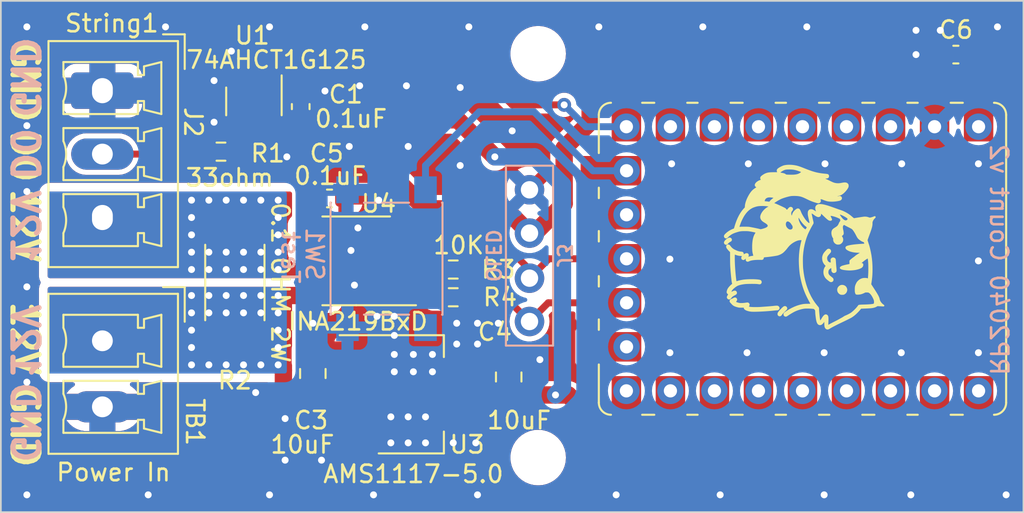
<source format=kicad_pcb>
(kicad_pcb (version 20221018) (generator pcbnew)
  (title_block (title "RP2040 Count") (date "2024-02-11") (rev "v2"))
  (layers (0 "F.Cu" signal) (31 "B.Cu" signal) (34 "B.Paste" user) (35 "F.Paste" user) (36 "B.SilkS" user "B.Silkscreen") (37 "F.SilkS" user "F.Silkscreen") (38 "B.Mask" user) (39 "F.Mask" user) (44 "Edge.Cuts" user))
  (net 0 "")
  (net 1 "+5V")
  (net 2 "GND")
  (net 3 "VIN1")
  (net 4 "+3.3V")
  (net 5 "/DOUT1")
  (net 6 "VOUT1")
  (net 7 "I2C_SDA")
  (net 8 "I2C_SCL")
  (net 9 "Net-(R1-Pad2)")
  (net 10 "Net-(U4-A0)")
  (net 11 "Net-(U4-A1)")
  (net 12 "SW1")
  (net 13 "OUT1")
  (net 20 "unconnected-(U5-GPIO9-Pad14)")
  (footprint "Scotts:RP2040-Tiny_Scott" (layer "F.Cu") (at 157.5 78.38 -90)
    (fp_text reference "U5" hide)
    (fp_text value "RP2040-Tiny")
    (pad "1" thru_hole circle locked (at 1.38 1.59 270) (size 1.524 1.524) (drill 0.762) (layers "*.Cu" "*.Mask") (net 1 "+5V"))
    (pad "1" smd rect locked (at 1.38 1.59 270) (size 3.5 1.7) (drill (offset -0.9 0)) (layers "F.Cu" "F.Mask") (net 1 "+5V"))
    (pad "2" thru_hole circle locked (at 1.38 4.13 270) (size 1.524 1.524) (drill 0.762) (layers "*.Cu" "*.Mask") (net 2 "GND"))
    (pad "2" smd rect locked (at 1.38 4.13 270) (size 3.5 1.7) (drill (offset -0.9 0)) (layers "F.Cu" "F.Mask") (net 2 "GND") (thermal_bridge_width 1.5))
    (pad "3" thru_hole circle locked (at 1.38 6.67 270) (size 1.524 1.524) (drill 0.762) (layers "*.Cu" "*.Mask") (net 4 "+3.3V"))
    (pad "3" smd rect locked (at 1.38 6.67 270) (size 3.5 1.7) (drill (offset -0.9 0)) (layers "F.Cu" "F.Mask") (net 4 "+3.3V"))
    (pad "4" thru_hole circle locked (at 1.38 9.21 270) (size 1.524 1.524) (drill 0.762) (layers "*.Cu" "*.Mask"))
    (pad "4" smd rect locked (at 1.38 9.21 270) (size 3.5 1.7) (drill (offset -0.9 0)) (layers "F.Cu" "F.Mask"))
    (pad "5" thru_hole circle locked (at 1.38 11.75 270) (size 1.524 1.524) (drill 0.762) (layers "*.Cu" "*.Mask"))
    (pad "5" smd rect locked (at 1.38 11.75 270) (size 3.5 1.7) (drill (offset -0.9 0)) (layers "F.Cu" "F.Mask"))
    (pad "6" thru_hole circle locked (at 1.38 14.29 270) (size 1.524 1.524) (drill 0.762) (layers "*.Cu" "*.Mask"))
    (pad "6" smd rect locked (at 1.38 14.29 270) (size 3.5 1.7) (drill (offset -0.9 0)) (layers "F.Cu" "F.Mask"))
    (pad "7" thru_hole circle locked (at 1.38 16.83 270) (size 1.524 1.524) (drill 0.762) (layers "*.Cu" "*.Mask"))
    (pad "7" smd rect locked (at 1.38 16.83 270) (size 3.5 1.7) (drill (offset -0.9 0)) (layers "F.Cu" "F.Mask"))
    (pad "8" thru_hole circle locked (at 1.38 19.37 270) (size 1.524 1.524) (drill 0.762) (layers "*.Cu" "*.Mask"))
    (pad "8" smd rect locked (at 1.38 19.37 270) (size 3.5 1.7) (drill (offset -0.9 0)) (layers "F.Cu" "F.Mask"))
    (pad "9" thru_hole circle locked (at 1.38 21.91 270) (size 1.524 1.524) (drill 0.762) (layers "*.Cu" "*.Mask") (net 13 "OUT1"))
    (pad "9" smd rect locked (at 1.38 21.91 270) (size 3.5 1.7) (drill (offset -0.9 0)) (layers "F.Cu" "F.Mask") (net 13 "OUT1"))
    (pad "10" thru_hole circle locked (at 3.92 21.9 270) (size 1.524 1.524) (drill 0.762) (layers "*.Cu" "*.Mask") (net 12 "SW1"))
    (pad "10" smd rect locked (at 3.92 21.9) (size 3.5 1.7) (drill (offset -0.9 0)) (layers "F.Cu" "F.Mask") (net 12 "SW1"))
    (pad "11" thru_hole circle locked (at 6.46 21.9 270) (size 1.524 1.524) (drill 0.762) (layers "*.Cu" "*.Mask"))
    (pad "11" smd rect locked (at 6.46 21.9) (size 3.5 1.7) (drill (offset -0.9 0)) (layers "F.Cu" "F.Mask"))
    (pad "12" thru_hole circle locked (at 9 21.9 270) (size 1.524 1.524) (drill 0.762) (layers "*.Cu" "*.Mask") (net 8 "I2C_SCL"))
    (pad "12" smd rect locked (at 9 21.9) (size 3.5 1.7) (drill (offset -0.9 0)) (layers "F.Cu" "F.Mask") (net 8 "I2C_SCL"))
    (pad "13" thru_hole circle locked (at 11.54 21.9 270) (size 1.524 1.524) (drill 0.762) (layers "*.Cu" "*.Mask") (net 7 "I2C_SDA"))
    (pad "13" smd rect locked (at 11.54 21.9) (size 3.5 1.7) (drill (offset -0.9 0)) (layers "F.Cu" "F.Mask") (net 7 "I2C_SDA"))
    (pad "14" thru_hole circle locked (at 14.08 21.9 270) (size 1.524 1.524) (drill 0.762) (layers "*.Cu" "*.Mask") (net 20 "unconnected-(U5-GPIO9-Pad14)"))
    (pad "14" smd rect locked (at 14.08 21.9) (size 3.5 1.7) (drill (offset -0.9 0)) (layers "F.Cu" "F.Mask") (net 20 "unconnected-(U5-GPIO9-Pad14)"))
    (pad "15" thru_hole circle locked (at 16.62 21.91 270) (size 1.524 1.524) (drill 0.762) (layers "*.Cu" "*.Mask"))
    (pad "15" smd rect locked (at 16.62 21.91 90) (size 3.5 1.7) (drill (offset -0.9 0)) (layers "F.Cu" "F.Mask"))
    (pad "16" thru_hole circle locked (at 16.62 19.37 270) (size 1.524 1.524) (drill 0.762) (layers "*.Cu" "*.Mask"))
    (pad "16" smd rect locked (at 16.62 19.37 90) (size 3.5 1.7) (drill (offset -0.9 0)) (layers "F.Cu" "F.Mask"))
    (pad "17" thru_hole circle locked (at 16.62 16.83 270) (size 1.524 1.524) (drill 0.762) (layers "*.Cu" "*.Mask"))
    (pad "17" smd rect locked (at 16.62 16.83 90) (size 3.5 1.7) (drill (offset -0.9 0)) (layers "F.Cu" "F.Mask"))
    (pad "18" thru_hole circle locked (at 16.62 14.29 270) (size 1.524 1.524) (drill 0.762) (layers "*.Cu" "*.Mask"))
    (pad "18" smd rect locked (at 16.62 14.29 90) (size 3.5 1.7) (drill (offset -0.9 0)) (layers "F.Cu" "F.Mask"))
    (pad "19" thru_hole circle locked (at 16.62 11.75 270) (size 1.524 1.524) (drill 0.762) (layers "*.Cu" "*.Mask"))
    (pad "19" smd rect locked (at 16.62 11.75 90) (size 3.5 1.7) (drill (offset -0.9 0)) (layers "F.Cu" "F.Mask"))
    (pad "20" thru_hole circle locked (at 16.62 9.21 270) (size 1.524 1.524) (drill 0.762) (layers "*.Cu" "*.Mask"))
    (pad "20" smd rect locked (at 16.62 9.21 90) (size 3.5 1.7) (drill (offset -0.9 0)) (layers "F.Cu" "F.Mask"))
    (pad "21" thru_hole circle locked (at 16.62 6.67 270) (size 1.524 1.524) (drill 0.762) (layers "*.Cu" "*.Mask"))
    (pad "21" smd rect locked (at 16.62 6.67 90) (size 3.5 1.7) (drill (offset -0.9 0)) (layers "F.Cu" "F.Mask"))
    (pad "22" thru_hole circle locked (at 16.62 4.13 270) (size 1.524 1.524) (drill 0.762) (layers "*.Cu" "*.Mask"))
    (pad "22" smd rect locked (at 16.62 4.13 90) (size 3.5 1.7) (drill (offset -0.9 0)) (layers "F.Cu" "F.Mask"))
    (pad "23" thru_hole circle locked (at 16.62 1.59 270) (size 1.524 1.524) (drill 0.762) (layers "*.Cu" "*.Mask"))
    (pad "23" smd rect locked (at 16.62 1.59 90) (size 3.5 1.7) (drill (offset -0.9 0)) (layers "F.Cu" "F.Mask"))
  )
  (footprint "Resistor_SMD:R_2512_6332Metric_Pad1.40x3.35mm_HandSolder" (layer "F.Cu") (at 113 88.75 90)
    (fp_text reference "R2" (at -5.65 0 180) (layer "F.SilkS"))
    (fp_text value "0.1 OHM 2W" (at 0 2.62 270 unlocked) (layer "F.SilkS"))
    (pad "1" smd roundrect (at -3.05 0 90) (size 1.4 3.35) (layers "F.Cu" "F.Paste" "F.Mask") (roundrect_rratio 0.1785707143) (net 3 "VIN1"))
    (pad "2" smd roundrect (at 3.05 0 90) (size 1.4 3.35) (layers "F.Cu" "F.Paste" "F.Mask") (roundrect_rratio 0.1785707143) (net 6 "VOUT1"))
  )
  (footprint "Scotts:chewi_15" (layer "F.Cu") (at 147 86.5 -90)
    (fp_text reference "G***")
    (fp_text value "LOGO" hide)
  )
  (footprint "Connector_Phoenix_MC:PhoenixContact_MCV_1,5_2-G-3.81_1x02_P3.81mm_Vertical" (layer "F.Cu") (at 105.3575 92.1125 -90)
    (fp_text reference "TB1" (at 4.6875 -5.3425 -90 unlocked) (layer "F.SilkS"))
    (fp_text value "Power In" (at 7.5875 -0.6425 unlocked) (layer "F.SilkS"))
    (pad "1" thru_hole roundrect (at 0 0 270) (size 1.8 3.6) (drill 1.2) (layers "*.Cu" "*.Mask") (roundrect_rratio 0.1388888889) (net 3 "VIN1"))
    (pad "2" thru_hole oval (at 3.81 0 270) (size 1.8 3.6) (drill 1.2) (layers "*.Cu" "*.Mask") (net 2 "GND") (thermal_bridge_width 1.5))
  )
  (footprint "Resistor_SMD:R_0603_1608Metric_Pad0.98x0.95mm_HandSolder" (layer "F.Cu") (at 125.6 88)
    (fp_text reference "R3" (at 2.6 0) (layer "F.SilkS"))
    (fp_text value "10K" (at 0.3125 -1.4) (layer "F.SilkS"))
    (pad "1" smd roundrect (at -0.9125 0) (size 0.975 0.95) (layers "F.Cu" "F.Paste" "F.Mask") (net 10 "Net-(U4-A0)"))
    (pad "2" smd roundrect (at 0.9125 0) (size 0.975 0.95) (layers "F.Cu" "F.Paste" "F.Mask") (net 2 "GND"))
  )
  (footprint "Capacitor_SMD:C_0603_1608Metric_Pad1.08x0.95mm_HandSolder" (layer "F.Cu") (at 154.6 75.6)
    (fp_text reference "C6" (at 0 -1.43) (layer "F.SilkS"))
    (fp_text value "0.1uF")
    (pad "1" smd roundrect (at -0.8625 0) (size 1.075 0.95) (layers "F.Cu" "F.Paste" "F.Mask") (net 2 "GND") (thermal_gap 0.25))
    (pad "2" smd roundrect (at 0.8625 0) (size 1.075 0.95) (layers "F.Cu" "F.Paste" "F.Mask") (net 1 "+5V"))
  )
  (footprint "Capacitor_SMD:C_0603_1608Metric_Pad1.08x0.95mm_HandSolder" (layer "F.Cu") (at 116.8 78.6 90)
    (fp_text reference "C1" (at 0.7 2.6 180) (layer "F.SilkS"))
    (fp_text value "0.1uF" (at -0.7 2.9 180) (layer "F.SilkS"))
    (pad "1" smd roundrect (at -0.8625 0 90) (size 1.075 0.95) (layers "F.Cu" "F.Paste" "F.Mask") (net 1 "+5V"))
    (pad "2" smd roundrect (at 0.8625 0 90) (size 1.075 0.95) (layers "F.Cu" "F.Paste" "F.Mask") (net 2 "GND") (thermal_gap 0.25))
  )
  (footprint "Package_SO:TSOP-5_1.65x3.05mm_P0.95mm" (layer "F.Cu") (at 114.1 78.3 -90)
    (fp_text reference "U1" (at -3.8 0.1 -180) (layer "F.SilkS"))
    (fp_text value "74AHCT1G125" (at -2.4 -1.3 180) (layer "F.SilkS"))
    (pad "1" smd rect (at -1.16 -0.95 270) (size 0.7 0.51) (layers "F.Cu" "F.Paste" "F.Mask") (net 2 "GND") (thermal_gap 0.25))
    (pad "2" smd rect (at -1.16 0 270) (size 0.7 0.51) (layers "F.Cu" "F.Paste" "F.Mask") (net 13 "OUT1"))
    (pad "3" smd rect (at -1.16 0.95 270) (size 0.7 0.51) (layers "F.Cu" "F.Paste" "F.Mask") (net 2 "GND") (thermal_gap 0.25))
    (pad "4" smd rect (at 1.16 0.95 270) (size 0.7 0.51) (layers "F.Cu" "F.Paste" "F.Mask") (net 9 "Net-(R1-Pad2)"))
    (pad "5" smd rect (at 1.16 -0.95 270) (size 0.7 0.51) (layers "F.Cu" "F.Paste" "F.Mask") (net 1 "+5V"))
  )
  (footprint "Package_SO:SOIC-8_3.9x4.9mm_P1.27mm" (layer "F.Cu") (at 120 87.5 180)
    (fp_text reference "U4" (at -1.3 3.3) (layer "F.SilkS"))
    (fp_text value "INA219BxD" (at -0.1 -3.5) (layer "F.SilkS"))
    (pad "1" smd roundrect (at -2.475 -1.905 180) (size 1.95 0.6) (layers "F.Cu" "F.Paste" "F.Mask") (net 11 "Net-(U4-A1)"))
    (pad "2" smd roundrect (at -2.475 -0.635 180) (size 1.95 0.6) (layers "F.Cu" "F.Paste" "F.Mask") (net 10 "Net-(U4-A0)"))
    (pad "3" smd roundrect (at -2.475 0.635 180) (size 1.95 0.6) (layers "F.Cu" "F.Paste" "F.Mask") (net 7 "I2C_SDA"))
    (pad "4" smd roundrect (at -2.475 1.905 180) (size 1.95 0.6) (layers "F.Cu" "F.Paste" "F.Mask") (net 8 "I2C_SCL"))
    (pad "5" smd roundrect (at 2.475 1.905 180) (size 1.95 0.6) (layers "F.Cu" "F.Paste" "F.Mask") (net 4 "+3.3V"))
    (pad "6" smd roundrect (at 2.475 0.635 180) (size 1.95 0.6) (layers "F.Cu" "F.Paste" "F.Mask") (net 2 "GND"))
    (pad "7" smd roundrect (at 2.475 -0.635 180) (size 1.95 0.6) (layers "F.Cu" "F.Paste" "F.Mask") (net 6 "VOUT1"))
    (pad "8" smd roundrect (at 2.475 -1.905 180) (size 1.95 0.6) (layers "F.Cu" "F.Paste" "F.Mask") (net 3 "VIN1"))
  )
  (footprint "Capacitor_SMD:C_0805_2012Metric_Pad1.18x1.45mm_HandSolder" (layer "F.Cu") (at 128.8 94.2 90)
    (fp_text reference "C4" (at 2.6 -0.8 180) (layer "F.SilkS"))
    (fp_text value "10uF" (at -2.5 0.6 180) (layer "F.SilkS"))
    (pad "1" smd roundrect (at -1.0375 0 90) (size 1.175 1.45) (layers "F.Cu" "F.Paste" "F.Mask") (roundrect_rratio 0.2127659574) (net 1 "+5V"))
    (pad "2" smd roundrect (at 1.0375 0 90) (size 1.175 1.45) (layers "F.Cu" "F.Paste" "F.Mask") (roundrect_rratio 0.2127659574) (net 2 "GND"))
  )
  (footprint "Resistor_SMD:R_0603_1608Metric_Pad0.98x0.95mm_HandSolder" (layer "F.Cu") (at 112.2 81.2)
    (fp_text reference "R1" (at 2.7 0.1) (layer "F.SilkS"))
    (fp_text value "33ohm" (at 0.5 1.5) (layer "F.SilkS"))
    (pad "1" smd roundrect (at -0.9125 0) (size 0.975 0.95) (layers "F.Cu" "F.Paste" "F.Mask") (net 5 "/DOUT1"))
    (pad "2" smd roundrect (at 0.9125 0) (size 0.975 0.95) (layers "F.Cu" "F.Paste" "F.Mask") (net 9 "Net-(R1-Pad2)"))
  )
  (footprint "Package_TO_SOT_SMD:SOT-223-3_TabPin2" (layer "F.Cu") (at 123.15 95.2)
    (fp_text reference "U3" (at 3.25 2.9) (layer "F.SilkS"))
    (fp_text value "AMS1117-5.0" (at 0.15 4.6) (layer "F.SilkS"))
    (pad "1" smd rect (at -3.15 -2.3) (size 2 1.5) (layers "F.Cu" "F.Paste" "F.Mask") (net 2 "GND") (thermal_bridge_width 2) (thermal_gap 0.25))
    (pad "2" smd rect (at -3.15 0) (size 2 1.5) (layers "F.Cu" "F.Paste" "F.Mask") (net 1 "+5V"))
    (pad "2" smd rect (at 3.15 0) (size 2 3.8) (layers "F.Cu" "F.Paste" "F.Mask") (net 1 "+5V"))
    (pad "3" smd rect (at -3.15 2.3) (size 2 1.5) (layers "F.Cu" "F.Paste" "F.Mask") (net 3 "VIN1"))
  )
  (footprint "Capacitor_SMD:C_0603_1608Metric_Pad1.08x0.95mm_HandSolder" (layer "F.Cu") (at 118.4625 83.9)
    (fp_text reference "C5" (at -0.1625 -2.6) (layer "F.SilkS"))
    (fp_text value "0.1uF" (at 0.0375 -1.3) (layer "F.SilkS"))
    (pad "1" smd roundrect (at -0.8625 0) (size 1.075 0.95) (layers "F.Cu" "F.Paste" "F.Mask") (net 4 "+3.3V"))
    (pad "2" smd roundrect (at 0.8625 0) (size 1.075 0.95) (layers "F.Cu" "F.Paste" "F.Mask") (net 2 "GND"))
  )
  (footprint "Capacitor_SMD:C_0805_2012Metric_Pad1.18x1.45mm_HandSolder" (layer "F.Cu") (at 117.5 94 90)
    (fp_text reference "C3" (at -2.7 -0.1 180) (layer "F.SilkS"))
    (fp_text value "10uF" (at -4.1 -0.6 180) (layer "F.SilkS"))
    (pad "1" smd roundrect (at -1.0375 0 90) (size 1.175 1.45) (layers "F.Cu" "F.Paste" "F.Mask") (roundrect_rratio 0.2127659574) (net 3 "VIN1"))
    (pad "2" smd roundrect (at 1.0375 0 90) (size 1.175 1.45) (layers "F.Cu" "F.Paste" "F.Mask") (roundrect_rratio 0.2127659574) (net 2 "GND") (thermal_bridge_width 1.5) (thermal_gap 0.25))
  )
  (footprint "Resistor_SMD:R_0603_1608Metric_Pad0.98x0.95mm_HandSolder" (layer "F.Cu") (at 125.6 89.6)
    (fp_text reference "R4" (at 2.7 0) (layer "F.SilkS"))
    (fp_text value "10K")
    (pad "1" smd roundrect (at -0.9125 0) (size 0.975 0.95) (layers "F.Cu" "F.Paste" "F.Mask") (net 11 "Net-(U4-A1)"))
    (pad "2" smd roundrect (at 0.9125 0) (size 0.975 0.95) (layers "F.Cu" "F.Paste" "F.Mask") (net 2 "GND"))
  )
  (footprint "Scotts:PhoenixContact_MCV_3.81mm_3.5mm_1x03_Vertical" (layer "F.Cu") (at 105.3575 77.53 -90)
    (fp_text reference "J2" (at 1.97 -5.2425 -90 unlocked) (layer "F.SilkS"))
    (fp_text value "String1" (at -3.73 -0.5425 unlocked) (layer "F.SilkS"))
    (pad "1" thru_hole roundrect (at 0.15 0 270) (size 2.1 3.6) (drill oval 1.45 1.2) (layers "*.Cu" "*.Mask") (roundrect_rratio 0.1388890476) (net 2 "GND") (thermal_bridge_width 1.5))
    (pad "2" thru_hole oval (at 3.81 0 270) (size 1.8 3.6) (drill 1.2) (layers "*.Cu" "*.Mask") (net 5 "/DOUT1"))
    (pad "3" thru_hole oval (at 7.47 0 270) (size 2.1 3.6) (drill oval 1.45 1.2) (layers "*.Cu" "*.Mask") (net 6 "VOUT1"))
  )
  (footprint "Scotts:OLED-SSD1306-128X64-I2C-THT_2HOLE" (layer "B.Cu") (at 130 87.2 -90)
    (fp_text reference "J3" hide)
    (fp_text value "OLED" (at 0 2.1 -90 unlocked) (layer "B.SilkS") (effects (font (size 0.8 0.8)) (justify mirror)))
    (fp_text user "${REFERENCE}" (at 0 -2 -90 unlocked) (layer "B.SilkS") (effects (font (size 0.8 0.8)) (justify mirror)))
    (pad "" np_thru_hole circle (at -11.65 -0.5 270) (size 2.2 2.2) (drill 2.2) (layers "F&B.Cu" "*.Mask") (clearance 0.5))
    (pad "" np_thru_hole circle (at 11.65 -0.5 270) (size 2.2 2.2) (drill 2.2) (layers "F&B.Cu" "*.Mask") (clearance 0.5))
    (pad "1" thru_hole circle (at 3.8 0 270) (size 1.7 1.7) (drill 1) (layers "*.Cu" "*.Mask") (net 7 "I2C_SDA"))
    (pad "2" thru_hole circle (at 1.3 0 270) (size 1.7 1.7) (drill 1) (layers "*.Cu" "*.Mask") (net 8 "I2C_SCL"))
    (pad "3" thru_hole circle (at -1.3 0 270) (size 1.7 1.7) (drill 1) (layers "*.Cu" "*.Mask") (net 4 "+3.3V"))
    (pad "4" thru_hole circle (at -3.8 0 270) (size 1.7 1.7) (drill 1) (layers "*.Cu" "*.Mask") (net 2 "GND"))
  )
  (footprint "Button_Switch_SMD:SW_Push_1P1T_NO_6x6mm_H9.5mm" (layer "B.Cu") (at 121.75 87.375 90)
    (fp_text reference "SW1" (at 0.275 -4.15 270 unlocked) (layer "B.SilkS") (effects (justify mirror)))
    (fp_text value "Test" (at 0.075 -5.55 270 unlocked) (layer "B.SilkS") (effects (justify mirror)))
    (pad "1" smd rect (at -3.975 2.25 90) (size 1.55 1.3) (layers "B.Cu" "B.Paste" "B.Mask") (net 12 "SW1"))
    (pad "1" smd rect (at 3.975 2.25 90) (size 1.55 1.3) (layers "B.Cu" "B.Paste" "B.Mask") (net 12 "SW1"))
    (pad "2" smd rect (at -3.975 -2.25 90) (size 1.55 1.3) (layers "B.Cu" "B.Paste" "B.Mask") (net 2 "GND"))
    (pad "2" smd rect (at 3.975 -2.25 90) (size 1.55 1.3) (layers "B.Cu" "B.Paste" "B.Mask") (net 2 "GND"))
  )
  (gr_rect (start 99.5 72.5) (end 158.5 102) (stroke (width 0.1)) (fill none) (layer "Edge.Cuts"))
  (gr_text "GND" (at 100 99.3 -90) (layer "B.SilkS") (effects (font (size 1.5 1.5) (thickness 0.3) bold) (justify left bottom mirror)))
  (gr_text "12V" (at 100 94.4 -90) (layer "B.SilkS") (effects (font (size 1.5 1.5) (thickness 0.3) bold) (justify left bottom mirror)))
  (gr_text "D0" (at 100 83 -90) (layer "B.SilkS") (effects (font (size 1.5 1.5) (thickness 0.3) bold) (justify left bottom mirror)))
  (gr_text "12V" (at 100 87.8 -90) (layer "B.SilkS") (effects (font (size 1.5 1.5) (thickness 0.3) bold) (justify left bottom mirror)))
  (gr_text "GND" (at 100 79.4 -90) (layer "B.SilkS") (effects (font (size 1.5 1.5) (thickness 0.3) bold) (justify left bottom mirror)))
  (gr_text "${TITLE} ${REVISION}" (at 156.5 94.2 270) (layer "B.SilkS") (effects (font (size 1 1)) (justify left bottom mirror)))
  (gr_text "12V" (at 100 83.2 -90) (layer "F.SilkS") (effects (font (size 1.5 1.5) (thickness 0.3) bold) (justify left bottom)))
  (gr_text "GND" (at 100 74.7 270) (layer "F.SilkS") (effects (font (size 1.5 1.5) (thickness 0.3) bold) (justify left bottom)))
  (gr_text "GND" (at 100 94.6 270) (layer "F.SilkS") (effects (font (size 1.5 1.5) (thickness 0.3) bold) (justify left bottom)))
  (gr_text "12V" (at 100 89.7 -90) (layer "F.SilkS") (effects (font (size 1.5 1.5) (thickness 0.3) bold) (justify left bottom)))
  (gr_text "D0" (at 100 79.8 270) (layer "F.SilkS") (effects (font (size 1.5 1.5) (thickness 0.3) bold) (justify left bottom)))
  (segment (start 126.3 95.2) (end 120 95.2) (width 1) (layer "F.Cu") (net 1))
  (segment (start 157.6 98.4) (end 157 99) (width 1) (layer "F.Cu") (net 1))
  (segment (start 131.5 95.2375) (end 128.8 95.2375) (width 1) (layer "F.Cu") (net 1))
  (segment (start 155.4625 75.6) (end 156.85 75.6) (width 1) (layer "F.Cu") (net 1))
  (segment (start 128.7625 95.2) (end 126.3 95.2) (width 1) (layer "F.Cu") (net 1))
  (segment (start 128 81.5) (end 125.8625 79.3625) (width 1) (layer "F.Cu") (net 1))
  (segment (start 128.8 95.2375) (end 128.7625 95.2) (width 1) (layer "F.Cu") (net 1))
  (segment (start 128.8375 95.2) (end 128.8 95.2375) (width 1) (layer "F.Cu") (net 1))
  (segment (start 133.7 96.7) (end 132.2375 95.2375) (width 1) (layer "F.Cu") (net 1))
  (segment (start 115.05 79.46) (end 116.7975 79.46) (width 1) (layer "F.Cu") (net 1))
  (segment (start 155.6 75.7375) (end 155.6 79.45) (width 1) (layer "F.Cu") (net 1))
  (segment (start 155.6 79.45) (end 155.91 79.76) (width 1) (layer "F.Cu") (net 1))
  (segment (start 116.7975 79.46) (end 116.8 79.4625) (width 1) (layer "F.Cu") (net 1))
  (segment (start 125.8625 79.3625) (end 116.9 79.3625) (width 1) (layer "F.Cu") (net 1))
  (segment (start 157 99) (end 134.7 99) (width 1) (layer "F.Cu") (net 1))
  (segment (start 157.6 76.35) (end 157.6 98.4) (width 1) (layer "F.Cu") (net 1))
  (segment (start 116.9 79.3625) (end 116.8 79.4625) (width 1) (layer "F.Cu") (net 1))
  (segment (start 156.85 75.6) (end 157.6 76.35) (width 1) (layer "F.Cu") (net 1))
  (segment (start 132.2375 95.2375) (end 131.5 95.2375) (width 1) (layer "F.Cu") (net 1))
  (segment (start 134.7 99) (end 133.7 98) (width 1) (layer "F.Cu") (net 1))
  (segment (start 155.4625 75.6) (end 155.6 75.7375) (width 1) (layer "F.Cu") (net 1))
  (segment (start 133.7 98) (end 133.7 96.7) (width 1) (layer "F.Cu") (net 1))
  (via (at 128 81.5) (size 0.8) (drill 0.4) (layers "F.Cu" "B.Cu") (net 1))
  (via (at 131.5 95.2375) (size 0.8) (drill 0.4) (layers "F.Cu" "B.Cu") (net 1))
  (segment (start 131.9 83.107968) (end 131.9 94.8375) (width 1) (layer "B.Cu") (net 1))
  (segment (start 128 81.5) (end 130.292032 81.5) (width 1) (layer "B.Cu") (net 1))
  (segment (start 130.292032 81.5) (end 131.9 83.107968) (width 1) (layer "B.Cu") (net 1))
  (segment (start 131.9 94.8375) (end 131.5 95.2375) (width 1) (layer "B.Cu") (net 1))
  (segment (start 119.4 86.6) (end 119.4 83.975) (width 0.4) (layer "F.Cu") (net 2))
  (segment (start 119.7 86.9) (end 119.4 86.6) (width 0.4) (layer "F.Cu") (net 2))
  (segment (start 119.665 86.865) (end 119.7 86.9) (width 0.4) (layer "F.Cu") (net 2))
  (segment (start 119.4 83.975) (end 119.325 83.9) (width 0.4) (layer "F.Cu") (net 2))
  (segment (start 117.525 86.865) (end 119.665 86.865) (width 0.4) (layer "F.Cu") (net 2))
  (via (at 138.1 92.8) (size 0.8) (drill 0.4) (layers "F.Cu" "B.Cu") (net 2))
  (via (at 129 80) (size 0.8) (drill 0.4) (layers "F.Cu" "B.Cu") (net 2))
  (via (at 119.9 88.9) (size 0.8) (drill 0.4) (layers "F.Cu" "B.Cu") (net 2))
  (via (at 124.4 93.9) (size 0.8) (drill 0.4) (layers "F.Cu" "B.Cu") (net 2))
  (via (at 118 99) (size 0.8) (drill 0.4) (layers "F.Cu" "B.Cu") (net 2))
  (via (at 138.2 81.9) (size 0.8) (drill 0.4) (layers "F.Cu" "B.Cu") (net 2))
  (via (at 125.8 92.3) (size 0.8) (drill 0.4) (layers "F.Cu" "B.Cu") (net 2))
  (via (at 108 101) (size 0.8) (drill 0.4) (layers "F.Cu" "B.Cu") (net 2))
  (via (at 115.9 99) (size 0.8) (drill 0.4) (layers "F.Cu" "B.Cu") (net 2))
  (via (at 101 74) (size 0.8) (drill 0.4) (layers "F.Cu" "B.Cu") (net 2))
  (via (at 146 74) (size 0.8) (drill 0.4) (layers "F.Cu" "B.Cu") (net 2))
  (via (at 111.8 79.5) (size 0.8) (drill 0.4) (layers "F.Cu" "B.Cu") (net 2))
  (via (at 157 74) (size 0.8) (drill 0.4) (layers "F.Cu" "B.Cu") (net 2))
  (via (at 155.9 81.9) (size 0.8) (drill 0.4) (layers "F.Cu" "B.Cu") (net 2))
  (via (at 152 101) (size 0.8) (drill 0.4) (layers "F.Cu" "B.Cu") (net 2))
  (via (at 125.6 98) (size 0.8) (drill 0.4) (layers "F.Cu" "B.Cu") (net 2))
  (via (at 122.2 93.9) (size 0.8) (drill 0.4) (layers "F.Cu" "B.Cu") (net 2))
  (via (at 122.2 90.7) (size 0.8) (drill 0.4) (layers "F.Cu" "B.Cu") (net 2))
  (via (at 140 74) (size 0.8) (drill 0.4) (layers "F.Cu" "B.Cu") (net 2))
  (via (at 147.05 81.9) (size 0.8) (drill 0.4) (layers "F.Cu" "B.Cu") (net 2))
  (via (at 114.2 95.1) (size 0.8) (drill 0.4) (layers "F.Cu" "B.Cu") (net 2))
  (via (at 123.3 92.9) (size 0.8) (drill 0.4) (layers "F.Cu" "B.Cu") (net 2))
  (via (at 134 74) (size 0.8) (drill 0.4) (layers "F.Cu" "B.Cu") (net 2))
  (via (at 111.8 77.1) (size 0.8) (drill 0.4) (layers "F.Cu" "B.Cu") (net 2))
  (via (at 126.5 74) (size 0.8) (drill 0.4) (layers "F.Cu" "B.Cu") (net 2))
  (via (at 153.7 74.2) (size 0.8) (drill 0.4) (layers "F.Cu" "B.Cu") (net 2))
  (via (at 122 96.5) (size 0.8) (drill 0.4) (layers "F.Cu" "B.Cu") (net 2))
  (via (at 126 77.5) (size 0.8) (drill 0.4) (layers "F.Cu" "B.Cu") (net 2))
  (via (at 101 94.5) (size 0.8) (drill 0.4) (layers "F.Cu" "B.Cu") (net 2))
  (via (at 112.8 75.4) (size 0.8) (drill 0.4) (layers "F.Cu" "B.Cu") (net 2))
  (via (at 124.4 92.9) (size 0.8) (drill 0.4) (layers "F.Cu" "B.Cu") (net 2))
  (via (at 124 96.5) (size 0.8) (drill 0.4) (layers "F.Cu" "B.Cu") (net 2))
  (via (at 116 81.5) (size 0.8) (drill 0.4) (layers "F.Cu" "B.Cu") (net 2))
  (via (at 155.9 92.8) (size 0.8) (drill 0.4) (layers "F.Cu" "B.Cu") (net 2))
  (via (at 122 98) (size 0.8) (drill 0.4) (layers "F.Cu" "B.Cu") (net 2))
  (via (at 138.1 87.4) (size 0.8) (drill 0.4) (layers "F.Cu" "B.Cu") (net 2))
  (via (at 151.45 92.8) (size 0.8) (drill 0.4) (layers "F.Cu" "B.Cu") (net 2))
  (via (at 120.5 74) (size 0.8) (drill 0.4) (layers "F.Cu" "B.Cu") (net 2))
  (via (at 121.2 90.7) (size 0.8) (drill 0.4) (layers "F.Cu" "B.Cu") (net 2))
  (via (at 122.9 77.4) (size 0.8) (drill 0.4) (layers "F.Cu" "B.Cu") (net 2))
  (via (at 101 83.5) (size 0.8) (drill 0.4) (layers "F.Cu" "B.Cu") (net 2))
  (via (at 120.2 77.4) (size 0.8) (drill 0.4) (layers "F.Cu" "B.Cu") (net 2))
  (via (at 151.475 81.9) (size 0.8) (drill 0.4) (layers "F.Cu" "B.Cu") (net 2))
  (via (at 147 101) (size 0.8) (drill 0.4) (layers "F.Cu" "B.Cu") (net 2))
  (via (at 128.2 91.1) (size 0.8) (drill 0.4) (layers "F.Cu" "B.Cu") (net 2))
  (via (at 119.7 86.9) (size 0.8) (drill 0.4) (layers "F.Cu" "B.Cu") (net 2))
  (via (at 141 101) (size 0.8) (drill 0.4) (layers "F.Cu" "B.Cu") (net 2))
  (via (at 122.2 92.9) (size 0.8) (drill 0.4) (layers "F.Cu" "B.Cu") (net 2))
  (via (at 157.5 101) (size 0.8) (drill 0.4) (layers "F.Cu" "B.Cu") (net 2))
  (via (at 126 82) (size 0.8) (drill 0.4) (layers "F.Cu" "B.Cu") (net 2))
  (via (at 101 89) (size 0.8) (drill 0.4) (layers "F.Cu" "B.Cu") (net 2))
  (via (at 127 92.3) (size 0.8) (drill 0.4) (layers "F.Cu" "B.Cu") (net 2))
  (via (at 120.1 85.6) (size 0.8) (drill 0.4) (layers "F.Cu" "B.Cu") (net 2))
  (via (at 118.2 77.7) (size 0.8) (drill 0.4) (layers "F.Cu" "B.Cu") (net 2))
  (via (at 122.2 91.8) (size 0.8) (drill 0.4) (layers "F.Cu" "B.Cu") (net 2))
  (via (at 147 92.8) (size 0.8) (drill 0.4) (layers "F.Cu" "B.Cu") (net 2))
  (via (at 126.9 98) (size 0.8) (drill 0.4) (layers "F.Cu" "B.Cu") (net 2))
  (via (at 121 101) (size 0.8) (drill 0.4) (layers "F.Cu" "B.Cu") (net 2))
  (via (at 123 80.9) (size 0.8) (drill 0.4) (layers "F.Cu" "B.Cu") (net 2))
  (via (at 109 74) (size 0.8) (drill 0.4) (layers "F.Cu" "B.Cu") (net 2))
  (via (at 142.625 81.9) (size 0.8) (drill 0.4) (layers "F.Cu" "B.Cu") (net 2))
  (via (at 123 98) (size 0.8) (drill 0.4) (layers "F.Cu" "B.Cu") (net 2))
  (via (at 142.55 92.8) (size 0.8) (drill 0.4) (layers "F.Cu" "B.Cu") (net 2))
  (via (at 135 101) (size 0.8) (drill 0.4) (layers "F.Cu" "B.Cu") (net 2))
  (via (at 130.6 93.2) (size 0.8) (drill 0.4) (layers "F.Cu" "B.Cu") (net 2))
  (via (at 115 74) (size 0.8) (drill 0.4) (layers "F.Cu" "B.Cu") (net 2))
  (via (at 124 98) (size 0.8) (drill 0.4) (layers "F.Cu" "B.Cu") (net 2))
  (via (at 101 79.7) (size 0.8) (drill 0.4) (layers "F.Cu" "B.Cu") (net 2))
  (via (at 117.5 91.1) (size 0.8) (drill 0.4) (layers "F.Cu" "B.Cu") (net 2))
  (via (at 101 101) (size 0.8) (drill 0.4) (layers "F.Cu" "B.Cu") (net 2))
  (via (at 121.3 84) (size 0.8) (drill 0.4) (layers "F.Cu" "B.Cu") (net 2))
  (via (at 152.3 74.2) (size 0.8) (drill 0.4) (layers "F.Cu" "B.Cu") (net 2))
  (via (at 152.3 75.6) (size 0.8) (drill 0.4) (layers "F.Cu" "B.Cu") (net 2))
  (via (at 155.9 87.5) (size 0.8) (drill 0.4) (layers "F.Cu" "B.Cu") (net 2))
  (via (at 115.9 96.6) (size 0.8) (drill 0.4) (layers "F.Cu" "B.Cu") (net 2))
  (via (at 125.8 91.1) (size 0.8) (drill 0.4) (layers "F.Cu" "B.Cu") (net 2))
  (via (at 127 101) (size 0.8) (drill 0.4) (layers "F.Cu" "B.Cu") (net 2))
  (via (at 123.3 93.9) (size 0.8) (drill 0.4) (layers "F.Cu" "B.Cu") (net 2))
  (via (at 123 96.5) (size 0.8) (drill 0.4) (layers "F.Cu" "B.Cu") (net 2))
  (via (at 127 91.1) (size 0.8) (drill 0.4) (layers "F.Cu" "B.Cu") (net 2))
  (via (at 119.6 80.9) (size 0.8) (drill 0.4) (layers "F.Cu" "B.Cu") (net 2))
  (via (at 115 101) (size 0.8) (drill 0.4) (layers "F.Cu" "B.Cu") (net 2))
  (segment (start 120 97.5) (end 118 97.5) (width 1) (layer "F.Cu") (net 3))
  (segment (start 115.8 95.0375) (end 115.8 93.8) (width 1) (layer "F.Cu") (net 3))
  (segment (start 117.5 95.0375) (end 115.8 95.0375) (width 1) (layer "F.Cu") (net 3))
  (segment (start 115.8 93.8) (end 115.5 93.5) (width 1) (layer "F.Cu") (net 3))
  (segment (start 118 97.5) (end 117.5 97) (width 1) (layer "F.Cu") (net 3))
  (segment (start 117.5 97) (end 117.5 95.0375) (width 1) (layer "F.Cu") (net 3))
  (via (at 113.5 90.5) (size 0.8) (drill 0.4) (layers "F.Cu" "B.Cu") (net 3))
  (via (at 114.5 90.5) (size 0.8) (drill 0.4) (layers "F.Cu" "B.Cu") (net 3))
  (via (at 112.5 93.5) (size 0.8) (drill 0.4) (layers "F.Cu" "B.Cu") (net 3))
  (via (at 115.5 92.5) (size 0.8) (drill 0.4) (layers "F.Cu" "B.Cu") (net 3))
  (via (at 115.5 89.5) (size 0.8) (drill 0.4) (layers "F.Cu" "B.Cu") (net 3))
  (via (at 111.5 93.5) (size 0.8) (drill 0.4) (layers "F.Cu" "B.Cu") (net 3))
  (via (at 113.5 89.5) (size 0.8) (drill 0.4) (layers "F.Cu" "B.Cu") (net 3))
  (via (at 111.5 90.5) (size 0.8) (drill 0.4) (layers "F.Cu" "B.Cu") (net 3))
  (via (at 112.5 89.5) (size 0.8) (drill 0.4) (layers "F.Cu" "B.Cu") (net 3))
  (via (at 113.5 93.5) (size 0.8) (drill 0.4) (layers "F.Cu" "B.Cu") (net 3))
  (via (at 110.5 89.5) (size 0.8) (drill 0.4) (layers "F.Cu" "B.Cu") (net 3))
  (via (at 114.5 89.5) (size 0.8) (drill 0.4) (layers "F.Cu" "B.Cu") (net 3))
  (via (at 114.5 93.5) (size 0.8) (drill 0.4) (layers "F.Cu" "B.Cu") (net 3))
  (via (at 110.5 93.5) (size 0.8) (drill 0.4) (layers "F.Cu" "B.Cu") (net 3))
  (via (at 115.5 93.5) (size 0.8) (drill 0.4) (layers "F.Cu" "B.Cu") (net 3))
  (via (at 111.5 89.5) (size 0.8) (drill 0.4) (layers "F.Cu" "B.Cu") (net 3))
  (via (at 115.5 91.5) (size 0.8) (drill 0.4) (layers "F.Cu" "B.Cu") (net 3))
  (via (at 115.5 90.5) (size 0.8) (drill 0.4) (layers "F.Cu" "B.Cu") (net 3))
  (via (at 110.5 91.5) (size 0.8) (drill 0.4) (layers "F.Cu" "B.Cu") (net 3))
  (via (at 110.5 90.5) (size 0.8) (drill 0.4) (layers "F.Cu" "B.Cu") (net 3))
  (via (at 112.5 90.5) (size 0.8) (drill 0.4) (layers "F.Cu" "B.Cu") (net 3))
  (via (at 110.5 92.5) (size 0.8) (drill 0.4) (layers "F.Cu" "B.Cu") (net 3))
  (segment (start 132 84.2) (end 130.3 85.9) (width 1) (layer "F.Cu") (net 4))
  (segment (start 150.83 79.76) (end 150.83 76.33) (width 1) (layer "F.Cu") (net 4))
  (segment (start 133.5 77.073161) (end 133.5 79.5) (width 1) (layer "F.Cu") (net 4))
  (segment (start 135.073161 75.5) (end 133.5 77.073161) (width 1) (layer "F.Cu") (net 4))
  (segment (start 128.6 84.5) (end 124 84.5) (width 1) (layer "F.Cu") (net 4))
  (segment (start 117.525 83.975) (end 117.6 83.9) (width 1) (layer "F.Cu") (net 4))
  (segment (start 133.5 79.5) (end 132 81) (width 1) (layer "F.Cu") (net 4))
  (segment (start 117.6 82.5) (end 117.6 83.9) (width 1) (layer "F.Cu") (net 4))
  (segment (start 117.525 85.595) (end 117.525 83.975) (width 1) (layer "F.Cu") (net 4))
  (segment (start 130 85.9) (end 128.6 84.5) (width 1) (layer "F.Cu") (net 4))
  (segment (start 122 82.5) (end 117.6 82.5) (width 1) (layer "F.Cu") (net 4))
  (segment (start 132 81) (end 132 84.2) (width 1) (layer "F.Cu") (net 4))
  (segment (start 150.83 76.33) (end 150 75.5) (width 1) (layer "F.Cu") (net 4))
  (segment (start 124 84.5) (end 122 82.5) (width 1) (layer "F.Cu") (net 4))
  (segment (start 150 75.5) (end 135.073161 75.5) (width 1) (layer "F.Cu") (net 4))
  (segment (start 130.3 85.9) (end 130 85.9) (width 1) (layer "F.Cu") (net 4))
  (segment (start 111.1475 81.34) (end 105.3575 81.34) (width 0.4) (layer "F.Cu") (net 5))
  (segment (start 111.2875 81.2) (end 111.1475 81.34) (width 0.4) (layer "F.Cu") (net 5))
  (via (at 115.5 86) (size 0.8) (drill 0.4) (layers "F.Cu" "B.Cu") (net 6))
  (via (at 115.5 85) (size 0.8) (drill 0.4) (layers "F.Cu" "B.Cu") (net 6))
  (via (at 112.5 84) (size 0.8) (drill 0.4) (layers "F.Cu" "B.Cu") (net 6))
  (via (at 111.5 84) (size 0.8) (drill 0.4) (layers "F.Cu" "B.Cu") (net 6))
  (via (at 115.5 84) (size 0.8) (drill 0.4) (layers "F.Cu" "B.Cu") (net 6))
  (via (at 115.5 87) (size 0.8) (drill 0.4) (layers "F.Cu" "B.Cu") (net 6))
  (via (at 110.5 85) (size 0.8) (drill 0.4) (layers "F.Cu" "B.Cu") (net 6))
  (via (at 112.5 88) (size 0.8) (drill 0.4) (layers "F.Cu" "B.Cu") (net 6))
  (via (at 114.5 84) (size 0.8) (drill 0.4) (layers "F.Cu" "B.Cu") (net 6))
  (via (at 110.5 86) (size 0.8) (drill 0.4) (layers "F.Cu" "B.Cu") (net 6))
  (via (at 111.5 88) (size 0.8) (drill 0.4) (layers "F.Cu" "B.Cu") (net 6))
  (via (at 113.5 88) (size 0.8) (drill 0.4) (layers "F.Cu" "B.Cu") (net 6))
  (via (at 110.5 88) (size 0.8) (drill 0.4) (layers "F.Cu" "B.Cu") (net 6))
  (via (at 110.5 87) (size 0.8) (drill 0.4) (layers "F.Cu" "B.Cu") (net 6))
  (via (at 111.5 87) (size 0.8) (drill 0.4) (layers "F.Cu" "B.Cu") (net 6))
  (via (at 115.5 88) (size 0.8) (drill 0.4) (layers "F.Cu" "B.Cu") (net 6))
  (via (at 110.5 84) (size 0.8) (drill 0.4) (layers "F.Cu" "B.Cu") (net 6))
  (via (at 114.5 87) (size 0.8) (drill 0.4) (layers "F.Cu" "B.Cu") (net 6))
  (via (at 113.5 84) (size 0.8) (drill 0.4) (layers "F.Cu" "B.Cu") (net 6))
  (via (at 113.5 87) (size 0.8) (drill 0.4) (layers "F.Cu" "B.Cu") (net 6))
  (via (at 112.5 87) (size 0.8) (drill 0.4) (layers "F.Cu" "B.Cu") (net 6))
  (via (at 114.5 88) (size 0.8) (drill 0.4) (layers "F.Cu" "B.Cu") (net 6))
  (segment (start 128.6 89.6) (end 128.6 87.6) (width 0.4) (layer "F.Cu") (net 7))
  (segment (start 128.6 87.6) (end 127.865 86.865) (width 0.4) (layer "F.Cu") (net 7))
  (segment (start 131.08 89.92) (end 130 91) (width 0.4) (layer "F.Cu") (net 7))
  (segment (start 130 91) (end 128.6 89.6) (width 0.4) (layer "F.Cu") (net 7))
  (segment (start 127.865 86.865) (end 122.475 86.865) (width 0.4) (layer "F.Cu") (net 7))
  (segment (start 135.6 89.92) (end 131.08 89.92) (width 0.4) (layer "F.Cu") (net 7))
  (segment (start 135.6 87.38) (end 131.12 87.38) (width 0.4) (layer "F.Cu") (net 8))
  (segment (start 127.595 85.595) (end 122.475 85.595) (width 0.4) (layer "F.Cu") (net 8))
  (segment (start 130 88.5) (end 130 88) (width 0.4) (layer "F.Cu") (net 8))
  (segment (start 130 88) (end 127.595 85.595) (width 0.4) (layer "F.Cu") (net 8))
  (segment (start 131.12 87.38) (end 130 88.5) (width 0.4) (layer "F.Cu") (net 8))
  (segment (start 113.15 81.1625) (end 113.1125 81.2) (width 0.4) (layer "F.Cu") (net 9))
  (segment (start 113.15 79.46) (end 113.15 81.1625) (width 0.4) (layer "F.Cu") (net 9))
  (segment (start 122.475 88.135) (end 124.5525 88.135) (width 0.4) (layer "F.Cu") (net 10))
  (segment (start 124.5525 88.135) (end 124.6875 88) (width 0.4) (layer "F.Cu") (net 10))
  (segment (start 124.4925 89.405) (end 124.6875 89.6) (width 0.4) (layer "F.Cu") (net 11))
  (segment (start 122.475 89.405) (end 124.4925 89.405) (width 0.4) (layer "F.Cu") (net 11))
  (segment (start 135.6 82.3) (end 133.661185 82.3) (width 0.4) (layer "B.Cu") (net 12))
  (segment (start 133.661185 82.3) (end 130.261185 78.9) (width 0.4) (layer "B.Cu") (net 12))
  (segment (start 127.1 78.9) (end 124 82) (width 0.4) (layer "B.Cu") (net 12))
  (segment (start 123.775 91) (end 123.75 90.975) (width 0.4) (layer "B.Cu") (net 12))
  (segment (start 130.261185 78.9) (end 127.1 78.9) (width 0.4) (layer "B.Cu") (net 12))
  (segment (start 135.6 82.3) (end 135.3 82) (width 0.4) (layer "B.Cu") (net 12))
  (segment (start 124 82) (end 124 83.4) (width 0.4) (layer "B.Cu") (net 12))
  (segment (start 126.1 75.6) (end 114.6 75.6) (width 0.4) (layer "F.Cu") (net 13))
  (segment (start 114.6 75.6) (end 114.1 76.1) (width 0.4) (layer "F.Cu") (net 13))
  (segment (start 132 78.5) (end 129 78.5) (width 0.4) (layer "F.Cu") (net 13))
  (segment (start 129 78.5) (end 126.1 75.6) (width 0.4) (layer "F.Cu") (net 13))
  (segment (start 114.1 76.1) (end 114.1 77.14) (width 0.4) (layer "F.Cu") (net 13))
  (via (at 132 78.5) (size 0.8) (drill 0.4) (layers "F.Cu" "B.Cu") (net 13))
  (segment (start 132 78.5) (end 133.26 79.76) (width 0.4) (layer "B.Cu") (net 13))
  (segment (start 133.26 79.76) (end 135.59 79.76) (width 0.4) (layer "B.Cu") (net 13))
  (segment (start 135.7 92.2) (end 135.65 92.25) (width 0.4) (layer "B.Cu") (net 20))
  (zone (net 6) (net_name "VOUT1") (layer "F.Cu") (priority 4) (connect_pads yes (clearance 0.5)) (min_thickness 0.25) (fill yes (thermal_gap 0.5) (thermal_bridge_width 0.5))
    (polygon (pts (xy 102.2 83.5) (xy 116.3 83.5) (xy 116.3 87.6) (xy 118.7 87.6) (xy 118.7 88.5) (xy 102.2 88.5)))
  )
  (zone (net 0) (net_name "") (layer "F.Cu") (connect_pads (clearance 0)) (min_thickness 0.25)
    (keepout (tracks not_allowed) (vias not_allowed) (pads not_allowed) (copperpour not_allowed) (footprints allowed))
    (fill (thermal_gap 0.5) (thermal_bridge_width 0.7))
    (polygon (pts (xy 154.1 76) (xy 154.1 77) (xy 154.7 77) (xy 154.7 76)))
  )
  (zone (net 2) (net_name "GND") (layer "F.Cu") (priority 3) (connect_pads (clearance 0.3)) (min_thickness 0.25) (fill yes (thermal_gap 0.5) (thermal_bridge_width 0.7))
    (polygon (pts (xy 99.5 72.5) (xy 158.5 72.5) (xy 158.5 102) (xy 99.5 102)))
  )
  (zone (net 3) (net_name "VIN1") (layer "F.Cu") (priority 4) (connect_pads yes (clearance 0.5)) (min_thickness 0.25) (fill yes (thermal_gap 0.5) (thermal_bridge_width 0.5))
    (polygon (pts (xy 102.2 94) (xy 116.3 94) (xy 116.3 90) (xy 118.7 90) (xy 118.7 89) (xy 102.2 89)))
  )
  (zone (net 2) (net_name "GND") (layer "B.Cu") (priority 3) (connect_pads (clearance 0.3)) (min_thickness 0.25) (fill yes (thermal_gap 0.5) (thermal_bridge_width 0.7))
    (polygon (pts (xy 99.5 72.5) (xy 158.5 72.5) (xy 158.5 102) (xy 99.5 102)))
  )
  (zone (net 6) (net_name "VOUT1") (layer "B.Cu") (priority 4) (connect_pads yes (clearance 0.5)) (min_thickness 0.25) (fill yes (thermal_gap 0.5) (thermal_bridge_width 0.5))
    (polygon (pts (xy 102.2 83.5) (xy 116 83.5) (xy 116 88.5) (xy 102.2 88.5)))
  )
  (zone (net 3) (net_name "VIN1") (layer "B.Cu") (priority 4) (connect_pads yes (clearance 0.5)) (min_thickness 0.25) (fill yes (thermal_gap 0.5) (thermal_bridge_width 0.5))
    (polygon (pts (xy 102.2 89) (xy 116 89) (xy 116 94) (xy 102.2 94)))
  )
)
</source>
